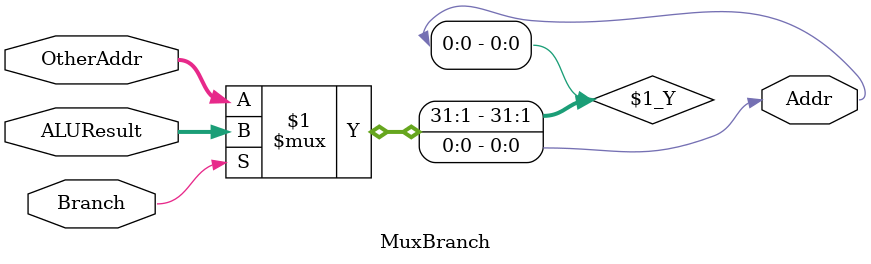
<source format=v>
module MuxBranch(
	input [31:0] ALUResult,
	input [31:0] OtherAddr,
	input Branch,
	output Addr);

	assign Addr = (Branch) ? ALUResult : OtherAddr;
endmodule 

</source>
